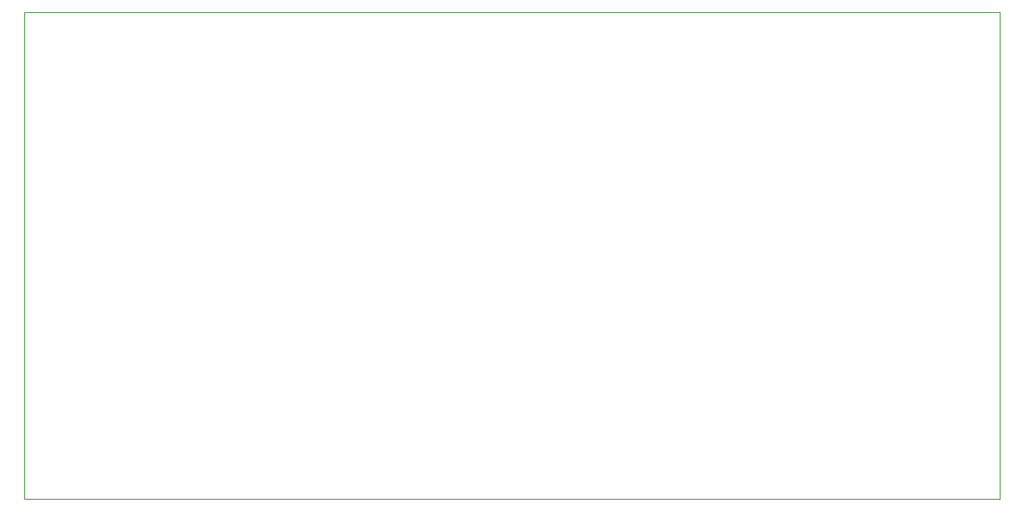
<source format=gbr>
G04 Generated by Ultiboard 13.0 *
%FSLAX25Y25*%
%MOIN*%

%ADD11C,0.00004*%


G04 ColorRGB 00FFFF for the following layer *
%LNBoard Outline*%
%LPD*%
G54D10*
G54D11*
X55000Y90990D02*
X456575Y90990D01*
X456575Y291778D01*
X55000Y291778D01*
X55000Y90990D01*

M02*

</source>
